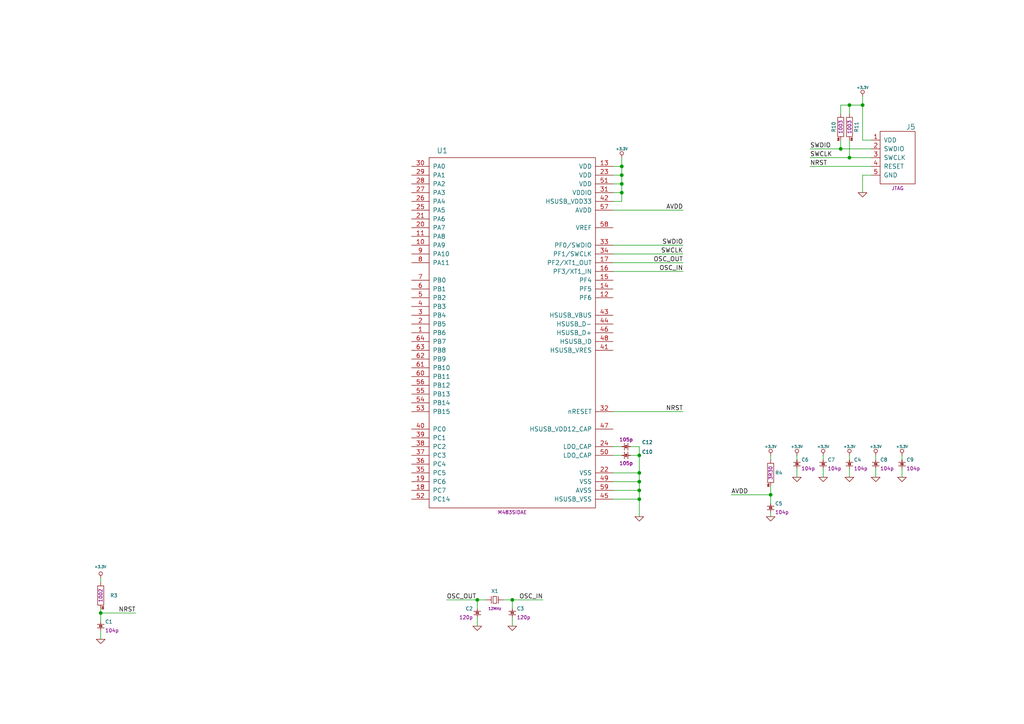
<source format=kicad_sch>
(kicad_sch (version 20250114) (generator "eeschema") (generator_version "9.0")
  (paper "A4")
  (lib_symbols
    (symbol "0603B104K500_1" (pin_numbers (hide yes)) (pin_names (offset 1.016) (hide yes))
      (property "Reference" "C" (at 1.27 1.27 0))
      (property "#Value" "104p" (at 1.27 -1.27 0))
      (symbol "0603B104K500_1_0_0"
        (text "06" (at 0 0 0) (effects (font (size 0.508 0.508))))
      )
      (symbol "0603B104K500_1_0_1"
        (polyline (pts (xy -1.016 0.508) (xy 1.016 0.508)))
        (polyline (pts (xy -1.016 -0.508) (xy 1.016 -0.508)))
        (polyline (pts (xy 0 1.27) (xy 0 0.635) (xy 0 0.635)))
      )
      (symbol "0603B104K500_1_1_1"
        (pin passive line (at 0 1.27 270) (length 0.762) (name "~") (number "2"))
        (pin passive line (at 0 -1.27 90) (length 0.762) (name "~") (number "1"))
      )
    )
    (symbol "Capacitor_MLCC:0603B104K500" (pin_numbers (hide yes)) (pin_names (offset 1.016) (hide yes))
      (property "Reference" "C" (at 1.27 1.27 0))
      (property "#Value" "104p" (at 1.27 -1.27 0))
      (symbol "0603B104K500_0_0"
        (text "06" (at 0 0 0) (effects (font (size 0.508 0.508))))
      )
      (symbol "0603B104K500_0_1"
        (polyline (pts (xy -1.016 0.508) (xy 1.016 0.508)))
        (polyline (pts (xy -1.016 -0.508) (xy 1.016 -0.508)))
        (polyline (pts (xy 0 1.27) (xy 0 0.635) (xy 0 0.635)))
      )
      (symbol "0603B104K500_1_1"
        (pin passive line (at 0 1.27 270) (length 0.762) (name "~") (number "2"))
        (pin passive line (at 0 -1.27 90) (length 0.762) (name "~") (number "1"))
      )
    )
    (symbol "Capacitor_MLCC:0603N120J500" (pin_numbers (hide yes)) (pin_names (offset 1.016) (hide yes))
      (property "Reference" "C" (at 1.27 1.27 0))
      (property "#Value" "120p" (at 1.27 -1.27 0))
      (symbol "0603N120J500_0_0"
        (text "06" (at 0 0 0) (effects (font (size 0.508 0.508))))
      )
      (symbol "0603N120J500_0_1"
        (polyline (pts (xy -1.016 0.508) (xy 1.016 0.508)))
        (polyline (pts (xy -1.016 -0.508) (xy 1.016 -0.508)))
        (polyline (pts (xy 0 1.27) (xy 0 0.635) (xy 0 0.635)))
      )
      (symbol "0603N120J500_1_1"
        (pin passive line (at 0 1.27 270) (length 0.762) (name "~") (number "2"))
        (pin passive line (at 0 -1.27 90) (length 0.762) (name "~") (number "1"))
      )
    )
    (symbol "Capacitor_MLCC:0603X105K6R3" (pin_numbers (hide yes)) (pin_names (offset 1.016) (hide yes))
      (property "Reference" "C" (at 1.905 1.27 0))
      (property "#Value" "105p" (at 1.905 -0.635 0))
      (symbol "0603X105K6R3_0_0"
        (text "06" (at 0 0 0) (effects (font (size 0.508 0.508))))
      )
      (symbol "0603X105K6R3_0_1"
        (polyline (pts (xy -1.016 0.508) (xy 1.016 0.508)))
        (polyline (pts (xy -1.016 -0.508) (xy 1.016 -0.508)))
        (polyline (pts (xy 0 1.27) (xy 0 0.635) (xy 0 0.635)))
      )
      (symbol "0603X105K6R3_1_1"
        (pin passive line (at 0 1.27 270) (length 0.762) (name "~") (number "2"))
        (pin passive line (at 0 -1.27 90) (length 0.762) (name "~") (number "1"))
      )
    )
    (symbol "Connector_Debug:Nuvoton_ARM" (pin_names (offset 1.016)) (in_bom no)
      (property "Reference" "J" (at -3.81 16.51 0))
      (property "#Value" "JTAG" (at 0 -1.27 0))
      (symbol "Nuvoton_ARM_0_1"
        (rectangle (start -5.08 15.24) (end 5.08 0))
      )
      (symbol "Nuvoton_ARM_1_1"
        (pin power_in line (at 7.62 12.7 180) (length 2.54) (name "VDD") (number "1"))
        (pin bidirectional line (at 7.62 10.16 180) (length 2.54) (name "SWDIO") (number "2"))
        (pin bidirectional line (at 7.62 7.62 180) (length 2.54) (name "SWCLK") (number "3"))
        (pin output line (at 7.62 5.08 180) (length 2.54) (name "RESET") (number "4"))
        (pin power_in line (at 7.62 2.54 180) (length 2.54) (name "GND") (number "5"))
      )
    )
    (symbol "Crystal:XTL0567-12M000" (pin_names (offset 1.016))
      (property "Reference" "X" (at 0 2.54 0))
      (property "#Value" "12MHz" (at 0 -2.54 0))
      (symbol "XTL0567-12M000_0_1"
        (rectangle (start -1.27 0) (end -1.016 0))
        (polyline (pts (xy -1.016 1.016) (xy -1.016 -1.016)))
        (rectangle (start -0.508 1.016) (end 0.508 -1.016))
        (polyline (pts (xy 1.016 1.016) (xy 1.016 -1.016)))
        (rectangle (start 1.27 0) (end 1.016 0))
      )
      (symbol "XTL0567-12M000_1_1"
        (pin passive line (at -2.54 0 0) (length 1.27) (name "~") (number "1"))
        (pin passive line (at 2.54 0 180) (length 1.27) (name "~") (number "3"))
      )
    )
    (symbol "MCU:M483SIDAE" (pin_names (offset 1.016))
      (property "Reference" "U" (at -21.59 104.775 0))
      (property "#Value" "M483SIDAE" (at 0 0 0))
      (symbol "M483SIDAE_0_1"
        (rectangle (start -24.13 102.87) (end 24.13 1.27))
      )
      (symbol "M483SIDAE_1_1"
        (pin bidirectional line (at -29.21 100.33 0) (length 5.08) (name "PA0") (number "30"))
        (pin bidirectional line (at -29.21 97.79 0) (length 5.08) (name "PA1") (number "29"))
        (pin bidirectional line (at -29.21 95.25 0) (length 5.08) (name "PA2") (number "28"))
        (pin bidirectional line (at -29.21 92.71 0) (length 5.08) (name "PA3") (number "27"))
        (pin bidirectional line (at -29.21 90.17 0) (length 5.08) (name "PA4") (number "26"))
        (pin bidirectional line (at -29.21 87.63 0) (length 5.08) (name "PA5") (number "25"))
        (pin bidirectional line (at -29.21 85.09 0) (length 5.08) (name "PA6") (number "21"))
        (pin bidirectional line (at -29.21 82.55 0) (length 5.08) (name "PA7") (number "20"))
        (pin bidirectional line (at -29.21 80.01 0) (length 5.08) (name "PA8") (number "11"))
        (pin bidirectional line (at -29.21 77.47 0) (length 5.08) (name "PA9") (number "10"))
        (pin bidirectional line (at -29.21 74.93 0) (length 5.08) (name "PA10") (number "9"))
        (pin bidirectional line (at -29.21 72.39 0) (length 5.08) (name "PA11") (number "8"))
        (pin bidirectional line (at -29.21 67.31 0) (length 5.08) (name "PB0") (number "7"))
        (pin bidirectional line (at -29.21 64.77 0) (length 5.08) (name "PB1") (number "6"))
        (pin bidirectional line (at -29.21 62.23 0) (length 5.08) (name "PB2") (number "5"))
        (pin bidirectional line (at -29.21 59.69 0) (length 5.08) (name "PB3") (number "4"))
        (pin bidirectional line (at -29.21 57.15 0) (length 5.08) (name "PB4") (number "3"))
        (pin bidirectional line (at -29.21 54.61 0) (length 5.08) (name "PB5") (number "2"))
        (pin bidirectional line (at -29.21 52.07 0) (length 5.08) (name "PB6") (number "1"))
        (pin bidirectional line (at -29.21 49.53 0) (length 5.08) (name "PB7") (number "64"))
        (pin bidirectional line (at -29.21 46.99 0) (length 5.08) (name "PB8") (number "63"))
        (pin bidirectional line (at -29.21 44.45 0) (length 5.08) (name "PB9") (number "62"))
        (pin bidirectional line (at -29.21 41.91 0) (length 5.08) (name "PB10") (number "61"))
        (pin bidirectional line (at -29.21 39.37 0) (length 5.08) (name "PB11") (number "60"))
        (pin bidirectional line (at -29.21 36.83 0) (length 5.08) (name "PB12") (number "56"))
        (pin bidirectional line (at -29.21 34.29 0) (length 5.08) (name "PB13") (number "55"))
        (pin bidirectional line (at -29.21 31.75 0) (length 5.08) (name "PB14") (number "54"))
        (pin bidirectional line (at -29.21 29.21 0) (length 5.08) (name "PB15") (number "53"))
        (pin bidirectional line (at -29.21 24.13 0) (length 5.08) (name "PC0") (number "40"))
        (pin bidirectional line (at -29.21 21.59 0) (length 5.08) (name "PC1") (number "39"))
        (pin bidirectional line (at -29.21 19.05 0) (length 5.08) (name "PC2") (number "38"))
        (pin bidirectional line (at -29.21 16.51 0) (length 5.08) (name "PC3") (number "37"))
        (pin bidirectional line (at -29.21 13.97 0) (length 5.08) (name "PC4") (number "36"))
        (pin bidirectional line (at -29.21 11.43 0) (length 5.08) (name "PC5") (number "35"))
        (pin bidirectional line (at -29.21 8.89 0) (length 5.08) (name "PC6") (number "19"))
        (pin bidirectional line (at -29.21 6.35 0) (length 5.08) (name "PC7") (number "18"))
        (pin bidirectional line (at -29.21 3.81 0) (length 5.08) (name "PC14") (number "52"))
        (pin power_in line (at 29.21 100.33 180) (length 5.08) (name "VDD") (number "13"))
        (pin power_in line (at 29.21 97.79 180) (length 5.08) (name "VDD") (number "23"))
        (pin power_in line (at 29.21 95.25 180) (length 5.08) (name "VDD") (number "51"))
        (pin power_in line (at 29.21 92.71 180) (length 5.08) (name "VDDIO") (number "31"))
        (pin power_in line (at 29.21 90.17 180) (length 5.08) (name "HSUSB_VDD33") (number "42"))
        (pin power_in line (at 29.21 87.63 180) (length 5.08) (name "AVDD") (number "57"))
        (pin input line (at 29.21 82.55 180) (length 5.08) (name "VREF") (number "58"))
        (pin bidirectional line (at 29.21 77.47 180) (length 5.08) (name "PF0/SWDIO") (number "33"))
        (pin input line (at 29.21 74.93 180) (length 5.08) (name "PF1/SWCLK") (number "34"))
        (pin bidirectional line (at 29.21 72.39 180) (length 5.08) (name "PF2") (number "17") (alternate "PF2/XT1_OUT" output line))
        (pin bidirectional line (at 29.21 69.85 180) (length 5.08) (name "PF3") (number "16") (alternate "PF3/XT1_IN" input line))
        (pin bidirectional line (at 29.21 67.31 180) (length 5.08) (name "PF4") (number "15"))
        (pin bidirectional line (at 29.21 64.77 180) (length 5.08) (name "PF5") (number "14"))
        (pin bidirectional line (at 29.21 62.23 180) (length 5.08) (name "PF6") (number "12"))
        (pin power_in line (at 29.21 57.15 180) (length 5.08) (name "HSUSB_VBUS") (number "43"))
        (pin bidirectional line (at 29.21 54.61 180) (length 5.08) (name "HSUSB_D-") (number "44"))
        (pin bidirectional line (at 29.21 52.07 180) (length 5.08) (name "HSUSB_D+") (number "46"))
        (pin input line (at 29.21 49.53 180) (length 5.08) (name "HSUSB_ID") (number "48"))
        (pin passive line (at 29.21 46.99 180) (length 5.08) (name "HSUSB_VRES") (number "41"))
        (pin bidirectional line (at 29.21 29.21 180) (length 5.08) (name "nRESET") (number "32"))
        (pin passive line (at 29.21 24.13 180) (length 5.08) (name "HSUSB_VDD12_CAP") (number "47"))
        (pin passive line (at 29.21 19.05 180) (length 5.08) (name "LDO_CAP") (number "24"))
        (pin passive line (at 29.21 16.51 180) (length 5.08) (name "LDO_CAP") (number "50"))
        (pin power_in line (at 29.21 11.43 180) (length 5.08) (name "VSS") (number "22"))
        (pin power_in line (at 29.21 8.89 180) (length 5.08) (name "VSS") (number "49"))
        (pin power_in line (at 29.21 6.35 180) (length 5.08) (name "AVSS") (number "59"))
        (pin power_in line (at 29.21 3.81 180) (length 5.08) (name "HSUSB_VSS") (number "45"))
      )
    )
    (symbol "Resistor:WR06W3R30FTL" (pin_numbers (hide yes)) (pin_names (offset 0.0254))
      (property "Reference" "R" (at 0 2.032 0))
      (property "#Value" "3R30" (at 0 0 0))
      (symbol "WR06W3R30FTL_0_0"
        (text "06" (at -3.556 0.635 0) (effects (font (size 0.508 0.508))))
      )
      (symbol "WR06W3R30FTL_0_1"
        (rectangle (start -2.794 -0.889) (end 2.794 0.889))
      )
      (symbol "WR06W3R30FTL_1_1"
        (pin passive line (at -3.81 0 0) (length 1.016) (name "~") (number "1"))
        (pin passive line (at 3.81 0 180) (length 1.016) (name "~") (number "2"))
      )
    )
    (symbol "Resistor:WR06X1002FTL" (pin_numbers (hide yes)) (pin_names (offset 0.0254))
      (property "Reference" "R" (at 0 2.032 0))
      (property "#Value" "1002" (at 0 0 0))
      (symbol "WR06X1002FTL_0_0"
        (text "06" (at -3.556 0.635 0) (effects (font (size 0.508 0.508))))
      )
      (symbol "WR06X1002FTL_0_1"
        (rectangle (start -2.794 -0.889) (end 2.794 0.889))
      )
      (symbol "WR06X1002FTL_1_1"
        (pin passive line (at -3.81 0 0) (length 1.016) (name "~") (number "1"))
        (pin passive line (at 3.81 0 180) (length 1.016) (name "~") (number "2"))
      )
    )
    (symbol "Resistor:WR06X1003FTL" (pin_numbers (hide yes)) (pin_names (offset 0.0254))
      (property "Reference" "R" (at 0 2.032 0))
      (property "#Value" "1003" (at 0 0 0))
      (symbol "WR06X1003FTL_0_0"
        (text "06" (at -3.556 0.635 0) (effects (font (size 0.508 0.508))))
      )
      (symbol "WR06X1003FTL_0_1"
        (rectangle (start -2.794 -0.889) (end 2.794 0.889))
      )
      (symbol "WR06X1003FTL_1_1"
        (pin passive line (at -3.81 0 0) (length 1.016) (name "~") (number "1"))
        (pin passive line (at 3.81 0 180) (length 1.016) (name "~") (number "2"))
      )
    )
    (symbol "power:+3.3V" (power) (pin_names (offset 1.016))
      (property "Value" "+3.3V" (at 0 2.286 0))
      (symbol "+3.3V_0_0"
        (pin power_in line (at 0 0 90) (length 0) (hide yes) (name "+3.3V") (number "1"))
      )
      (symbol "+3.3V_0_1"
        (circle (center 0 1.27) (radius 0.508))
        (polyline (pts (xy 0 0) (xy 0 0.762) (xy 0 0.762) (xy 0 0.762)))
      )
    )
    (symbol "power:GND" (power) (pin_names (offset 0))
      (symbol "GND_0_1"
        (polyline (pts (xy -1.27 0) (xy 0 -1.27) (xy 1.27 0) (xy -1.27 0)))
      )
      (symbol "GND_1_1"
        (pin power_in line (at 0 0 90) (length 0) (hide yes) (name "GND") (number "1"))
      )
    )
  )
  (junction (at 223.52 143.51))
  (junction (at 246.38 45.72))
  (junction (at 180.34 55.88))
  (junction (at 138.43 173.99))
  (junction (at 243.84 43.18))
  (junction (at 185.42 142.24))
  (junction (at 185.42 137.16))
  (junction (at 180.34 53.34))
  (junction (at 185.42 132.08))
  (junction (at 180.34 50.8))
  (junction (at 185.42 139.7))
  (junction (at 246.38 30.48))
  (junction (at 180.34 48.26))
  (junction (at 148.59 173.99))
  (junction (at 250.19 30.48))
  (junction (at 29.21 177.8))
  (junction (at 185.42 144.78))
  (wire (pts (xy 261.62 135.89) (xy 261.62 138.43)))
  (wire (pts (xy 231.14 132.08) (xy 231.14 133.35)))
  (wire (pts (xy 250.19 27.94) (xy 250.19 30.48)))
  (wire (pts (xy 177.8 76.2) (xy 198.12 76.2)))
  (wire (pts (xy 185.42 132.08) (xy 185.42 137.16)))
  (wire (pts (xy 180.34 50.8) (xy 180.34 53.34)))
  (wire (pts (xy 252.73 50.8) (xy 250.19 50.8)))
  (wire (pts (xy 177.8 139.7) (xy 185.42 139.7)))
  (wire (pts (xy 177.8 58.42) (xy 180.34 58.42)))
  (wire (pts (xy 29.21 180.34) (xy 29.21 177.8)))
  (wire (pts (xy 185.42 139.7) (xy 185.42 142.24)))
  (wire (pts (xy 238.76 135.89) (xy 238.76 138.43)))
  (wire (pts (xy 29.21 177.8) (xy 39.37 177.8)))
  (wire (pts (xy 177.8 78.74) (xy 198.12 78.74)))
  (wire (pts (xy 198.12 60.96) (xy 177.8 60.96)))
  (wire (pts (xy 185.42 142.24) (xy 185.42 144.78)))
  (wire (pts (xy 148.59 179.07) (xy 148.59 181.61)))
  (wire (pts (xy 146.05 173.99) (xy 148.59 173.99)))
  (wire (pts (xy 185.42 129.54) (xy 185.42 132.08)))
  (wire (pts (xy 212.09 143.51) (xy 223.52 143.51)))
  (wire (pts (xy 223.52 148.59) (xy 223.52 149.86)))
  (wire (pts (xy 29.21 168.91) (xy 29.21 167.64)))
  (wire (pts (xy 223.52 143.51) (xy 223.52 146.05)))
  (wire (pts (xy 243.84 40.64) (xy 243.84 43.18)))
  (wire (pts (xy 252.73 40.64) (xy 250.19 40.64)))
  (wire (pts (xy 246.38 45.72) (xy 252.73 45.72)))
  (wire (pts (xy 246.38 30.48) (xy 246.38 33.02)))
  (wire (pts (xy 185.42 144.78) (xy 185.42 149.86)))
  (wire (pts (xy 238.76 132.08) (xy 238.76 133.35)))
  (wire (pts (xy 138.43 173.99) (xy 138.43 176.53)))
  (wire (pts (xy 246.38 135.89) (xy 246.38 138.43)))
  (wire (pts (xy 177.8 48.26) (xy 180.34 48.26)))
  (wire (pts (xy 177.8 50.8) (xy 180.34 50.8)))
  (wire (pts (xy 185.42 137.16) (xy 185.42 139.7)))
  (wire (pts (xy 231.14 135.89) (xy 231.14 138.43)))
  (wire (pts (xy 246.38 40.64) (xy 246.38 45.72)))
  (wire (pts (xy 198.12 71.12) (xy 177.8 71.12)))
  (wire (pts (xy 261.62 132.08) (xy 261.62 133.35)))
  (wire (pts (xy 180.34 45.72) (xy 180.34 48.26)))
  (wire (pts (xy 177.8 119.38) (xy 198.12 119.38)))
  (wire (pts (xy 29.21 182.88) (xy 29.21 185.42)))
  (wire (pts (xy 223.52 140.97) (xy 223.52 143.51)))
  (wire (pts (xy 234.95 43.18) (xy 243.84 43.18)))
  (wire (pts (xy 254 132.08) (xy 254 133.35)))
  (wire (pts (xy 254 135.89) (xy 254 138.43)))
  (wire (pts (xy 180.34 58.42) (xy 180.34 55.88)))
  (wire (pts (xy 223.52 132.08) (xy 223.52 133.35)))
  (wire (pts (xy 177.8 55.88) (xy 180.34 55.88)))
  (wire (pts (xy 148.59 173.99) (xy 157.48 173.99)))
  (wire (pts (xy 177.8 132.08) (xy 180.34 132.08)))
  (wire (pts (xy 182.88 129.54) (xy 185.42 129.54)))
  (wire (pts (xy 180.34 48.26) (xy 180.34 50.8)))
  (wire (pts (xy 177.8 142.24) (xy 185.42 142.24)))
  (wire (pts (xy 246.38 30.48) (xy 250.19 30.48)))
  (wire (pts (xy 250.19 30.48) (xy 250.19 40.64)))
  (wire (pts (xy 177.8 137.16) (xy 185.42 137.16)))
  (wire (pts (xy 138.43 179.07) (xy 138.43 181.61)))
  (wire (pts (xy 138.43 173.99) (xy 129.54 173.99)))
  (wire (pts (xy 177.8 144.78) (xy 185.42 144.78)))
  (wire (pts (xy 177.8 53.34) (xy 180.34 53.34)))
  (wire (pts (xy 234.95 45.72) (xy 246.38 45.72)))
  (wire (pts (xy 243.84 30.48) (xy 243.84 33.02)))
  (wire (pts (xy 177.8 129.54) (xy 180.34 129.54)))
  (wire (pts (xy 180.34 55.88) (xy 180.34 53.34)))
  (wire (pts (xy 29.21 177.8) (xy 29.21 176.53)))
  (wire (pts (xy 182.88 132.08) (xy 185.42 132.08)))
  (wire (pts (xy 243.84 43.18) (xy 252.73 43.18)))
  (wire (pts (xy 243.84 30.48) (xy 246.38 30.48)))
  (wire (pts (xy 234.95 48.26) (xy 252.73 48.26)))
  (wire (pts (xy 140.97 173.99) (xy 138.43 173.99)))
  (wire (pts (xy 246.38 132.08) (xy 246.38 133.35)))
  (wire (pts (xy 148.59 173.99) (xy 148.59 176.53)))
  (wire (pts (xy 250.19 50.8) (xy 250.19 55.88)))
  (wire (pts (xy 198.12 73.66) (xy 177.8 73.66)))
  (label "OSC_OUT" (at 198.12 76.2 180))
  (label "SWCLK" (at 234.95 45.72 0))
  (label "NRST" (at 39.37 177.8 180))
  (label "NRST" (at 198.12 119.38 180))
  (label "AVDD" (at 198.12 60.96 180))
  (label "SWDIO" (at 234.95 43.18 0))
  (label "AVDD" (at 212.09 143.51 0))
  (label "OSC_IN" (at 198.12 78.74 180))
  (label "NRST" (at 234.95 48.26 0))
  (label "OSC_IN" (at 157.48 173.99 180))
  (label "OSC_OUT" (at 129.54 173.99 0))
  (label "SWDIO" (at 198.12 71.12 180))
  (label "SWCLK" (at 198.12 73.66 180))
  (symbol (lib_id "power:+3.3V") (at 250.19 27.94 0) (unit 1)
    (property "Reference" "#PWR018" (effects (hide yes)))
    (property "Value" "+3.3V" (at 250.19 25.4 0) (effects (font (size 0.762 0.762))))
  )
  (symbol (lib_id "power:+3.3V") (at 261.62 132.08 0) (unit 1)
    (property "Reference" "#PWR08" (effects (hide yes)))
    (property "Value" "+3.3V" (at 261.62 129.54 0) (effects (font (size 0.762 0.762))))
  )
  (symbol (lib_id "Capacitor_MLCC:0603B104K500") (at 238.76 134.62 0) (unit 1)
    (property "Reference" "C7" (at 240.03 133.35 0) (effects (font (size 1.016 1.016)) (justify left)))
    (property "Value" "0603B104K500" (effects (hide yes)))
    (property "Footprint" "Capacitor_SMD:C_0603_1608Metric" (effects (hide yes)))
    (property "Description" "100nF ±10% 50V X7R" (effects (hide yes)))
    (property "Manufacturer" "WALSIN" (effects (hide yes)))
    (property "#Value" "104p" (at 240.03 135.89 0) (effects (font (size 1.016 1.016)) (justify left)))
  )
  (symbol (lib_name "0603B104K500_1") (lib_id "Capacitor_MLCC:0603B104K500") (at 231.14 134.62 0) (unit 1)
    (property "Reference" "C6" (at 232.41 133.35 0) (effects (font (size 1.016 1.016)) (justify left)))
    (property "Value" "0603B104K500" (effects (hide yes)))
    (property "Footprint" "SMC:0603" (effects (hide yes)))
    (property "Description" "100nF ±10% 50V X7R" (effects (hide yes)))
    (property "Manufacturer" "WALSIN" (effects (hide yes)))
    (property "#Value" "104p" (at 232.41 135.89 0) (effects (font (size 1.016 1.016)) (justify left)))
  )
  (symbol (lib_id "Resistor:WR06X1003FTL") (at 246.38 36.83 270) (mirror x) (unit 1)
    (property "Reference" "R11" (at 248.412 36.83 0) (effects (font (size 1.016 1.016))))
    (property "Value" "WR06X1003FTL" (effects (hide yes)))
    (property "Footprint" "SMR:0603" (effects (hide yes)))
    (property "Description" "100 kOhm 1% 1/10W" (effects (hide yes)))
    (property "Manufacturer" "WALSIN" (effects (hide yes)))
    (property "#Value" "1003" (at 246.38 36.83 0) (effects (font (size 1.016 1.016))))
  )
  (symbol (lib_id "power:+3.3V") (at 180.34 45.72 0) (unit 1)
    (property "Reference" "#PWR07" (effects (hide yes)))
    (property "Value" "+3.3V" (at 180.34 43.18 0) (effects (font (size 0.762 0.762))))
  )
  (symbol (lib_id "Capacitor_MLCC:0603B104K500") (at 261.62 134.62 0) (unit 1)
    (property "Reference" "C9" (at 262.89 133.35 0) (effects (font (size 1.016 1.016)) (justify left)))
    (property "Value" "0603B104K500" (effects (hide yes)))
    (property "Footprint" "Capacitor_SMD:C_0603_1608Metric" (effects (hide yes)))
    (property "Description" "100nF ±10% 50V X7R" (effects (hide yes)))
    (property "Manufacturer" "WALSIN" (effects (hide yes)))
    (property "#Value" "104p" (at 262.89 135.89 0) (effects (font (size 1.016 1.016)) (justify left)))
  )
  (symbol (lib_id "power:GND") (at 148.59 181.61 0) (unit 1)
    (property "Reference" "#U03" (effects (hide yes)))
    (property "Value" "GND" (effects (hide yes)))
  )
  (symbol (lib_id "power:GND") (at 250.19 55.88 0) (unit 1)
    (property "Reference" "#PWR017" (effects (hide yes)))
    (property "Value" "GND" (effects (hide yes)))
  )
  (symbol (lib_id "power:+3.3V") (at 231.14 132.08 0) (unit 1)
    (property "Reference" "#PWR012" (effects (hide yes)))
    (property "Value" "+3.3V" (at 231.14 129.54 0) (effects (font (size 0.762 0.762))))
  )
  (symbol (lib_id "power:+3.3V") (at 29.21 167.64 0) (unit 1)
    (property "Reference" "#PWR06" (effects (hide yes)))
    (property "Value" "+3.3V" (at 29.1084 164.3888 0) (effects (font (size 0.762 0.762))))
  )
  (symbol (lib_id "power:GND") (at 223.52 149.86 0) (unit 1)
    (property "Reference" "#PWR011" (effects (hide yes)))
    (property "Value" "GND" (effects (hide yes)))
  )
  (symbol (lib_id "Capacitor_MLCC:0603N120J500") (at 138.43 177.8 0) (mirror y) (unit 1)
    (property "Reference" "C2" (at 137.16 176.53 0) (effects (font (size 1.016 1.016)) (justify left)))
    (property "Value" "0603N120J500" (effects (hide yes)))
    (property "Footprint" "Capacitor_SMD:C_0603_1608Metric" (effects (hide yes)))
    (property "Description" "12pF ±5% 50V NPO" (effects (hide yes)))
    (property "Manufacturer" "WALSIN" (effects (hide yes)))
    (property "#Value" "120p" (at 137.16 179.07 0) (effects (font (size 1.016 1.016)) (justify left)))
  )
  (symbol (lib_id "Crystal:XTL0567-12M000") (at 143.51 173.99 0) (unit 1)
    (property "Reference" "X1" (at 143.51 171.45 0) (effects (font (size 1.016 1.016))))
    (property "Value" "XTL0567-12M000" (effects (hide yes)))
    (property "Footprint" "CRYSTAL:CRSTAL_SMD_3225-4Pin" (effects (hide yes)))
    (property "Description" "12MHz 12pF -20~70℃" (effects (hide yes)))
    (property "Manufacturer" "Any" (effects (hide yes)))
    (property "#Value" "12MHz" (at 143.51 176.53 0) (effects (font (size 0.762 0.762))))
    (property "Code" "0" (effects (hide yes)))
  )
  (symbol (lib_id "Capacitor_MLCC:0603B104K500") (at 254 134.62 0) (unit 1)
    (property "Reference" "C8" (at 255.27 133.35 0) (effects (font (size 1.016 1.016)) (justify left)))
    (property "Value" "0603B104K500" (effects (hide yes)))
    (property "Footprint" "Capacitor_SMD:C_0603_1608Metric" (effects (hide yes)))
    (property "Description" "100nF ±10% 50V X7R" (effects (hide yes)))
    (property "Manufacturer" "WALSIN" (effects (hide yes)))
    (property "#Value" "104p" (at 255.27 135.89 0) (effects (font (size 1.016 1.016)) (justify left)))
  )
  (symbol (lib_id "power:GND") (at 231.14 138.43 0) (unit 1)
    (property "Reference" "#PWR013" (effects (hide yes)))
    (property "Value" "GND" (effects (hide yes)))
  )
  (symbol (lib_id "Capacitor_MLCC:0603B104K500") (at 246.38 134.62 0) (unit 1)
    (property "Reference" "C4" (at 247.65 133.35 0) (effects (font (size 1.016 1.016)) (justify left)))
    (property "Value" "0603B104K500" (effects (hide yes)))
    (property "Footprint" "Capacitor_SMD:C_0603_1608Metric" (effects (hide yes)))
    (property "Description" "100nF ±10% 50V X7R" (effects (hide yes)))
    (property "Manufacturer" "WALSIN" (effects (hide yes)))
    (property "#Value" "104p" (at 247.65 135.89 0) (effects (font (size 1.016 1.016)) (justify left)))
  )
  (symbol (lib_id "power:+3.3V") (at 254 132.08 0) (unit 1)
    (property "Reference" "#PWR03" (effects (hide yes)))
    (property "Value" "+3.3V" (at 254 129.54 0) (effects (font (size 0.762 0.762))))
  )
  (symbol (lib_id "power:+3.3V") (at 238.76 132.08 0) (unit 1)
    (property "Reference" "#PWR014" (effects (hide yes)))
    (property "Value" "+3.3V" (at 238.76 129.54 0) (effects (font (size 0.762 0.762))))
  )
  (symbol (lib_id "Connector_Debug:Nuvoton_ARM") (at 260.35 53.34 0) (mirror y) (unit 1) (in_bom no)
    (property "Reference" "J5" (at 264.16 36.83 0) (effects (font (size 1.524 1.524))))
    (property "Value" "Nuvoton_ARM" (effects (hide yes)))
    (property "Footprint" "Debug:TLSR8258_program" (effects (hide yes)))
    (property "Description" "2.54mm Pitch 5Pin Nuvoton ARM JTAG" (effects (hide yes)))
    (property "#Value" "JTAG" (at 260.35 54.61 0) (effects (font (size 1.016 1.016))))
    (property "Logic" "CON" (effects (hide yes)))
  )
  (symbol (lib_id "Capacitor_MLCC:0603B104K500") (at 29.21 181.61 0) (unit 1)
    (property "Reference" "C1" (at 30.48 180.34 0) (effects (font (size 1.016 1.016)) (justify left)))
    (property "Value" "0603B104K500" (effects (hide yes)))
    (property "Footprint" "Capacitor_SMD:C_0603_1608Metric" (effects (hide yes)))
    (property "Description" "100nF ±10% 50V X7R" (effects (hide yes)))
    (property "Manufacturer" "WALSIN" (effects (hide yes)))
    (property "#Value" "104p" (at 30.48 182.88 0) (effects (font (size 1.016 1.016)) (justify left)))
  )
  (symbol (lib_id "Resistor:WR06X1003FTL") (at 243.84 36.83 90) (unit 1)
    (property "Reference" "R10" (at 241.808 36.83 0) (effects (font (size 1.016 1.016))))
    (property "Value" "WR06X1003FTL" (effects (hide yes)))
    (property "Footprint" "SMR:0603" (effects (hide yes)))
    (property "Description" "100 kOhm 1% 1/10W" (effects (hide yes)))
    (property "Manufacturer" "WALSIN" (effects (hide yes)))
    (property "#Value" "1003" (at 243.84 36.83 0) (effects (font (size 1.016 1.016))))
  )
  (symbol (lib_id "power:GND") (at 254 138.43 0) (unit 1)
    (property "Reference" "#PWR04" (effects (hide yes)))
    (property "Value" "GND" (effects (hide yes)))
  )
  (symbol (lib_id "power:GND") (at 29.21 185.42 0) (unit 1)
    (property "Reference" "#U01" (effects (hide yes)))
    (property "Value" "GND" (effects (hide yes)))
  )
  (symbol (lib_id "power:GND") (at 138.43 181.61 0) (unit 1)
    (property "Reference" "#U02" (effects (hide yes)))
    (property "Value" "GND" (effects (hide yes)))
  )
  (symbol (lib_id "Capacitor_MLCC:0603B104K500") (at 223.52 147.32 0) (unit 1)
    (property "Reference" "C5" (at 224.79 146.05 0) (effects (font (size 1.016 1.016)) (justify left)))
    (property "Value" "0603B104K500" (effects (hide yes)))
    (property "Footprint" "Capacitor_SMD:C_0603_1608Metric" (effects (hide yes)))
    (property "Description" "100nF ±10% 50V X7R" (effects (hide yes)))
    (property "Manufacturer" "WALSIN" (effects (hide yes)))
    (property "#Value" "104p" (at 224.79 148.59 0) (effects (font (size 1.016 1.016)) (justify left)))
  )
  (symbol (lib_id "Resistor:WR06W3R30FTL") (at 223.52 137.16 90) (unit 1)
    (property "Reference" "R4" (at 224.79 137.16 90) (effects (font (size 1.016 1.016)) (justify right)))
    (property "Value" "WR06W3R30FTL" (effects (hide yes)))
    (property "Footprint" "Resistor_SMD:R_0603_1608Metric" (effects (hide yes)))
    (property "Description" "3.3 Ohm ±1% 1/10W" (effects (hide yes)))
    (property "Manufacturer" "WALSIN" (effects (hide yes)))
    (property "#Value" "3R30" (at 223.52 137.16 0) (effects (font (size 1.016 1.016))))
    (property "Code" "0" (effects (hide yes)))
  )
  (symbol (lib_id "power:GND") (at 246.38 138.43 0) (unit 1)
    (property "Reference" "#PWR02" (effects (hide yes)))
    (property "Value" "GND" (effects (hide yes)))
  )
  (symbol (lib_id "MCU:M483SIDAE") (at 148.59 148.59 0) (unit 1)
    (property "Reference" "U1" (at 128.27 43.688 0) (effects (font (size 1.524 1.524))))
    (property "Value" "M483SIDAE" (effects (hide yes)))
    (property "Footprint" "LQFP:LQFP64" (effects (hide yes)))
    (property "Description" "ARM Cortex-M4 512kB Flash 160kB RAM 192MHz -40 to 105'C" (effects (hide yes)))
    (property "Manufacturer" "Nuvoton" (effects (hide yes)))
    (property "#Value" "M483SIDAE" (at 148.59 148.59 0) (effects (font (size 1.016 1.016))))
    (pin "17" (alternate "PF2/XT1_OUT"))
    (pin "16" (alternate "PF3/XT1_IN"))
  )
  (symbol (lib_id "Capacitor_MLCC:0603N120J500") (at 148.59 177.8 0) (unit 1)
    (property "Reference" "C3" (at 149.86 176.53 0) (effects (font (size 1.016 1.016)) (justify left)))
    (property "Value" "0603N120J500" (effects (hide yes)))
    (property "Footprint" "Capacitor_SMD:C_0603_1608Metric" (effects (hide yes)))
    (property "Description" "12pF ±5% 50V NPO" (effects (hide yes)))
    (property "Manufacturer" "WALSIN" (effects (hide yes)))
    (property "#Value" "120p" (at 149.86 179.07 0) (effects (font (size 1.016 1.016)) (justify left)))
  )
  (symbol (lib_id "power:GND") (at 238.76 138.43 0) (unit 1)
    (property "Reference" "#PWR015" (effects (hide yes)))
    (property "Value" "GND" (effects (hide yes)))
  )
  (symbol (lib_id "power:GND") (at 261.62 138.43 0) (unit 1)
    (property "Reference" "#PWR09" (effects (hide yes)))
    (property "Value" "GND" (effects (hide yes)))
  )
  (symbol (lib_id "power:+3.3V") (at 246.38 132.08 0) (unit 1)
    (property "Reference" "#PWR01" (effects (hide yes)))
    (property "Value" "+3.3V" (at 246.38 129.54 0) (effects (font (size 0.762 0.762))))
  )
  (symbol (lib_id "Capacitor_MLCC:0603X105K6R3") (at 181.61 132.08 90) (unit 1)
    (property "Reference" "C10" (at 186.182 131.064 90) (effects (font (size 1.016 1.016)) (justify right)))
    (property "Value" "0603X105K6R3" (effects (hide yes)))
    (property "Footprint" "SMC:0603" (effects (hide yes)))
    (property "Description" "1uF ±10% 6.3V X5R" (effects (hide yes)))
    (property "Manufacturer" "WALSIN" (effects (hide yes)))
    (property "#Value" "105p" (at 181.61 134.366 90) (effects (font (size 1.016 1.016))))
    (property "Code" "0" (effects (hide yes)))
  )
  (symbol (lib_id "power:+3.3V") (at 223.52 132.08 0) (unit 1)
    (property "Reference" "#PWR010" (effects (hide yes)))
    (property "Value" "+3.3V" (at 223.52 129.54 0) (effects (font (size 0.762 0.762))))
  )
  (symbol (lib_id "Resistor:WR06X1002FTL") (at 29.21 172.72 270) (mirror x) (unit 1)
    (property "Reference" "R3" (at 33.02 172.72 90) (effects (font (size 1.016 1.016))))
    (property "Value" "WR06X1002FTL" (effects (hide yes)))
    (property "Footprint" "Resistor_SMD:R_0603_1608Metric" (effects (hide yes)))
    (property "Description" "10 kOhm 1% 1/10W" (effects (hide yes)))
    (property "Manufacturer" "WALSIN" (effects (hide yes)))
    (property "#Value" "1002" (at 29.21 172.72 0) (effects (font (size 1.016 1.016))))
    (property "Code" "0" (effects (hide yes)))
  )
  (symbol (lib_id "power:GND") (at 185.42 149.86 0) (unit 1)
    (property "Reference" "#PWR016" (effects (hide yes)))
    (property "Value" "GND" (effects (hide yes)))
  )
  (symbol (lib_id "Capacitor_MLCC:0603X105K6R3") (at 181.61 129.54 90) (unit 1)
    (property "Reference" "C12" (at 186.182 128.27 90) (effects (font (size 1.016 1.016)) (justify right)))
    (property "Value" "0603X105K6R3" (effects (hide yes)))
    (property "Footprint" "SMC:0603" (effects (hide yes)))
    (property "Description" "1uF ±10% 6.3V X5R" (effects (hide yes)))
    (property "Manufacturer" "WALSIN" (effects (hide yes)))
    (property "#Value" "105p" (at 181.61 127.508 90) (effects (font (size 1.016 1.016))))
    (property "Code" "0" (effects (hide yes)))
  )
)
</source>
